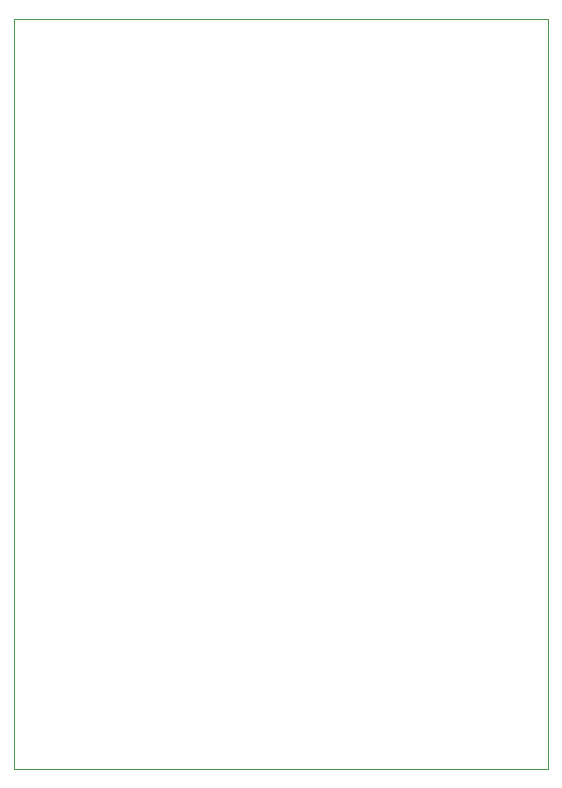
<source format=gbr>
%TF.GenerationSoftware,KiCad,Pcbnew,9.0.6*%
%TF.CreationDate,2025-12-25T21:37:21-05:00*%
%TF.ProjectId,hpad,68706164-2e6b-4696-9361-645f70636258,rev?*%
%TF.SameCoordinates,Original*%
%TF.FileFunction,Profile,NP*%
%FSLAX46Y46*%
G04 Gerber Fmt 4.6, Leading zero omitted, Abs format (unit mm)*
G04 Created by KiCad (PCBNEW 9.0.6) date 2025-12-25 21:37:21*
%MOMM*%
%LPD*%
G01*
G04 APERTURE LIST*
%TA.AperFunction,Profile*%
%ADD10C,0.100000*%
%TD*%
G04 APERTURE END LIST*
D10*
X145256250Y-79400000D02*
X190500000Y-79400000D01*
X190500000Y-142875000D01*
X145256250Y-142875000D01*
X145256250Y-79400000D01*
M02*

</source>
